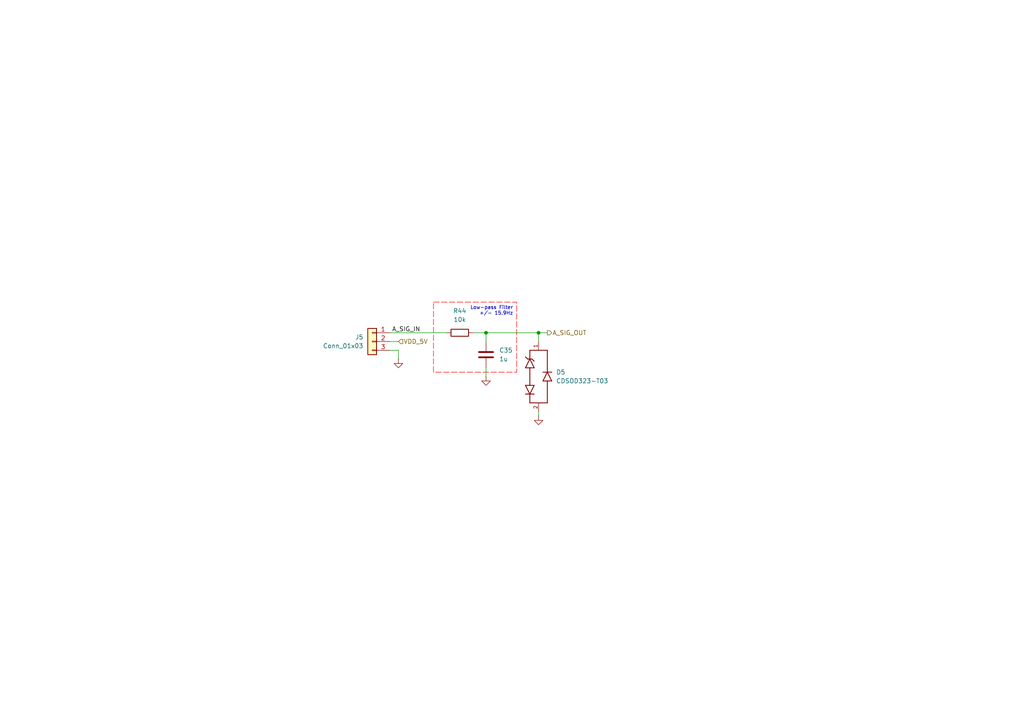
<source format=kicad_sch>
(kicad_sch (version 20250114) (generator "eeschema") (generator_version "9.0")
  (paper "A4")
  (lib_symbols
    (symbol "CDSOD323-T03:CDSOD323-T03" (pin_names (offset 1.016))
      (property "Reference" "D" (at -3.81 5.08 0))
      (property "Value" "CDSOD323-T03" (at -3.81 -6.35 0))
      (symbol "CDSOD323-T03_0_0"
        (polyline (pts (xy -7.62 2.54) (xy -7.62 -2.54)) (stroke (width 0.254)))
        (polyline (pts (xy -7.62 -2.54) (xy -5.08 -2.54)) (stroke (width 0.254)))
        (polyline (pts (xy -5.08 -1.905) (xy -5.08 -2.54)) (stroke (width 0.254)))
        (polyline (pts (xy -5.08 -2.54) (xy -5.08 -3.175)) (stroke (width 0.254)))
        (polyline (pts (xy -5.08 -2.54) (xy -2.54 -1.27)) (stroke (width 0.254)))
        (polyline (pts (xy -5.08 -3.175) (xy -5.715 -3.81)) (stroke (width 0.254)))
        (polyline (pts (xy -4.445 -1.27) (xy -5.08 -1.905)) (stroke (width 0.254)))
        (polyline (pts (xy -2.54 -1.27) (xy -2.54 -2.54)) (stroke (width 0.254)))
        (polyline (pts (xy -2.54 -2.54) (xy -2.54 -3.81)) (stroke (width 0.254)))
        (polyline (pts (xy -2.54 -3.81) (xy -5.08 -2.54)) (stroke (width 0.254)))
        (polyline (pts (xy -1.27 3.81) (xy -1.27 2.54)) (stroke (width 0.254)))
        (polyline (pts (xy -1.27 2.54) (xy -7.62 2.54)) (stroke (width 0.254)))
        (polyline (pts (xy -1.27 2.54) (xy -1.27 1.27)) (stroke (width 0.254)))
        (polyline (pts (xy -1.27 2.54) (xy 1.27 3.81)) (stroke (width 0.254)))
        (polyline (pts (xy 1.27 3.81) (xy 1.27 2.54)) (stroke (width 0.254)))
        (polyline (pts (xy 1.27 2.54) (xy 1.27 1.27)) (stroke (width 0.254)))
        (polyline (pts (xy 1.27 1.27) (xy -1.27 2.54)) (stroke (width 0.254)))
        (polyline (pts (xy 2.54 -1.27) (xy 2.54 -2.54)) (stroke (width 0.254)))
        (polyline (pts (xy 2.54 -2.54) (xy -2.54 -2.54)) (stroke (width 0.254)))
        (polyline (pts (xy 2.54 -2.54) (xy 2.54 -3.81)) (stroke (width 0.254)))
        (polyline (pts (xy 2.54 -3.81) (xy 5.08 -2.54)) (stroke (width 0.254)))
        (polyline (pts (xy 5.08 -1.27) (xy 5.08 -2.54)) (stroke (width 0.254)))
        (polyline (pts (xy 5.08 -2.54) (xy 2.54 -1.27)) (stroke (width 0.254)))
        (polyline (pts (xy 5.08 -2.54) (xy 5.08 -3.81)) (stroke (width 0.254)))
        (polyline (pts (xy 5.08 -2.54) (xy 7.62 -2.54)) (stroke (width 0.254)))
        (polyline (pts (xy 7.62 2.54) (xy 1.27 2.54)) (stroke (width 0.254)))
        (polyline (pts (xy 7.62 2.54) (xy 7.62 -2.54)) (stroke (width 0.254)))
        (pin passive line (at -10.16 0 0) (length 2.54) (name "~") (number "1"))
        (pin passive line (at 10.16 0 180) (length 2.54) (name "~") (number "2"))
      )
    )
    (symbol "Connector_Generic:Conn_01x03" (pin_names (offset 1.016) (hide yes))
      (property "Reference" "J" (at 0 5.08 0))
      (property "Value" "Conn_01x03" (at 0 -5.08 0))
      (symbol "Conn_01x03_1_1"
        (rectangle (start -1.27 3.81) (end 1.27 -3.81) (stroke (width 0.254)) (fill (type background)))
        (rectangle (start -1.27 2.667) (end 0 2.413) (stroke (width 0.1524)))
        (rectangle (start -1.27 0.127) (end 0 -0.127) (stroke (width 0.1524)))
        (rectangle (start -1.27 -2.413) (end 0 -2.667) (stroke (width 0.1524)))
        (pin passive line (at -5.08 2.54 0) (length 3.81) (name "Pin_1") (number "1"))
        (pin passive line (at -5.08 0 0) (length 3.81) (name "Pin_2") (number "2"))
        (pin passive line (at -5.08 -2.54 0) (length 3.81) (name "Pin_3") (number "3"))
      )
    )
    (symbol "Device:C" (pin_numbers (hide yes)) (pin_names (offset 0.254))
      (property "Reference" "C" (at 0.635 2.54 0))
      (property "Value" "C" (at 0.635 -2.54 0))
      (symbol "C_0_1"
        (polyline (pts (xy -2.032 0.762) (xy 2.032 0.762)) (stroke (width 0.508)))
        (polyline (pts (xy -2.032 -0.762) (xy 2.032 -0.762)) (stroke (width 0.508)))
      )
      (symbol "C_1_1"
        (pin passive line (at 0 3.81 270) (length 2.794) (name "~") (number "1"))
        (pin passive line (at 0 -3.81 90) (length 2.794) (name "~") (number "2"))
      )
    )
    (symbol "Device:R" (pin_numbers (hide yes)) (pin_names (offset 0))
      (property "Reference" "R" (at 2.032 0 90))
      (property "Value" "R" (at 0 0 90))
      (symbol "R_0_1"
        (rectangle (start -1.016 -2.54) (end 1.016 2.54) (stroke (width 0.254)))
      )
      (symbol "R_1_1"
        (pin passive line (at 0 3.81 270) (length 1.27) (name "~") (number "1"))
        (pin passive line (at 0 -3.81 90) (length 1.27) (name "~") (number "2"))
      )
    )
    (symbol "power:GND" (power) (pin_numbers (hide yes)) (pin_names (offset 0) (hide yes))
      (property "Value" "GND" (at 0 -3.81 0))
      (symbol "GND_0_1"
        (polyline (pts (xy 0 0) (xy 0 -1.27) (xy 1.27 -1.27) (xy 0 -2.54) (xy -1.27 -1.27) (xy 0 -1.27)))
      )
      (symbol "GND_1_1"
        (pin power_in line (at 0 0 270) (length 0) (name "~") (number "1"))
      )
    )
  )
  (text "Low-pass Filter\n+/- 15,9Hz" (at 148.844 90.17 0) (effects (font (size 1.016 1.016)) (justify right)))
  (junction (at 140.97 96.52))
  (junction (at 156.21 96.52))
  (wire (pts (xy 137.16 96.52) (xy 140.97 96.52)))
  (wire (pts (xy 140.97 106.68) (xy 140.97 109.22)))
  (wire (pts (xy 113.03 96.52) (xy 129.54 96.52)))
  (wire (pts (xy 113.03 101.6) (xy 115.57 101.6)))
  (wire (pts (xy 156.21 119.38) (xy 156.21 120.65)))
  (wire (pts (xy 115.57 101.6) (xy 115.57 104.14)))
  (wire (pts (xy 156.21 96.52) (xy 158.75 96.52)))
  (wire (pts (xy 113.03 99.06) (xy 115.57 99.06)))
  (wire (pts (xy 156.21 96.52) (xy 140.97 96.52)))
  (wire (pts (xy 156.21 99.06) (xy 156.21 96.52)))
  (wire (pts (xy 140.97 96.52) (xy 140.97 99.06)))
  (label "A_SIG_IN" (at 121.92 96.52 180))
  (hierarchical_label "A_SIG_OUT" (shape output) (at 158.75 96.52 0))
  (hierarchical_label "VDD_5V" (shape input) (at 115.57 99.06 0))
  (rule_area (polyline (pts (xy 125.73 87.63) (xy 149.86 87.63) (xy 149.86 107.95) (xy 125.73 107.95)) (stroke (width 0) (type dash))))
  (symbol (lib_id "power:GND") (at 115.57 104.14 0) (mirror y) (unit 1)
    (property "Reference" "#PWR044" (effects (hide yes)))
    (property "Value" "GND" (effects (hide yes)))
    (property "Description" "Power symbol creates a global label with name \"GND\" , ground" (effects (hide yes)))
  )
  (symbol (lib_id "Device:R") (at 133.35 96.52 90) (unit 1)
    (property "Reference" "R44" (at 133.35 90.17 90))
    (property "Value" "10k" (at 133.35 92.71 90))
    (property "Footprint" "Resistor_SMD:R_0402_1005Metric" (effects (hide yes)))
    (property "Description" "Resistor" (effects (hide yes)))
  )
  (symbol (lib_id "power:GND") (at 140.97 109.22 0) (mirror y) (unit 1)
    (property "Reference" "#PWR045" (effects (hide yes)))
    (property "Value" "GND" (effects (hide yes)))
    (property "Description" "Power symbol creates a global label with name \"GND\" , ground" (effects (hide yes)))
  )
  (symbol (lib_id "Device:C") (at 140.97 102.87 0) (unit 1)
    (property "Reference" "C35" (at 144.78 101.5999 0) (effects (justify left)))
    (property "Value" "1u" (at 144.78 104.1399 0) (effects (justify left)))
    (property "Footprint" "Capacitor_SMD:C_0402_1005Metric" (effects (hide yes)))
    (property "Description" "Unpolarized capacitor" (effects (hide yes)))
  )
  (symbol (lib_id "power:GND") (at 156.21 120.65 0) (mirror y) (unit 1)
    (property "Reference" "#PWR046" (effects (hide yes)))
    (property "Value" "GND" (effects (hide yes)))
    (property "Description" "Power symbol creates a global label with name \"GND\" , ground" (effects (hide yes)))
  )
  (symbol (lib_id "CDSOD323-T03:CDSOD323-T03") (at 156.21 109.22 270) (unit 1)
    (property "Reference" "D5" (at 161.29 107.9499 90) (effects (justify left)))
    (property "Value" "CDSOD323-T03" (at 161.29 110.4899 90) (effects (justify left)))
    (property "Footprint" "CDSOD323-T03:SOD2513X114N" (effects (hide yes)))
    (property "MF" "Bourns" (effects (hide yes)))
    (property "MAXIMUM_PACKAGE_HEIGHT" "1.14mm" (effects (hide yes)))
    (property "Package" "SOD-323 Bourns" (effects (hide yes)))
    (property "Price" "None" (effects (hide yes)))
    (property "Check_prices" "https://www.snapeda.com/parts/CDSOD323-T03/Bourns/view-part/?ref=eda" (effects (hide yes)))
    (property "STANDARD" "IPC-7351B" (effects (hide yes)))
    (property "PARTREV" "04/23" (effects (hide yes)))
    (property "SnapEDA_Link" "https://www.snapeda.com/parts/CDSOD323-T03/Bourns/view-part/?ref=snap" (effects (hide yes)))
    (property "MP" "CDSOD323-T03" (effects (hide yes)))
    (property "Description_1" "Unidirectional TVS diode capable of handling Ipp of 20A max voltage of 3.3V. | Bourns CDSOD323-T03" (effects (hide yes)))
    (property "Availability" "In Stock" (effects (hide yes)))
    (property "MANUFACTURER" "Bourns" (effects (hide yes)))
  )
  (symbol (lib_id "Connector_Generic:Conn_01x03") (at 107.95 99.06 0) (mirror y) (unit 1)
    (property "Reference" "J5" (at 105.41 97.7899 0) (effects (justify left)))
    (property "Value" "Conn_01x03" (at 105.41 100.3299 0) (effects (justify left)))
    (property "Footprint" "Connector_JST:JST_XA_S03B-XASK-1_1x03_P2.50mm_Horizontal" (effects (hide yes)))
    (property "Description" "Generic connector, single row, 01x03, script generated (kicad-library-utils/schlib/autogen/connector/)" (effects (hide yes)))
  )
)
</source>
